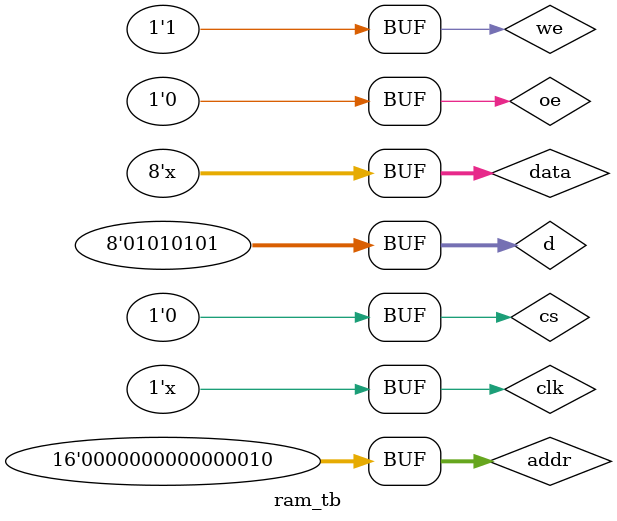
<source format=v>

module ram(clk, rst_, cs_, oe_, we_, addr, data);
	input clk;
	input rst_;
	input cs_;
	input oe_;
	input we_;
	input [15:0] addr;
	inout [7:0] data;
	
parameter ByteCount = 256;

reg [7:0] m [ByteCount - 1: 0];
integer i;
//reg [7:0] data;

// Output always occurs if cs and oe are low
assign data = (~cs_ & ~oe_) ? m[addr] : 8'bZ;

// Input only occurs on clock edges when cs and we are low
always @(posedge clk)
	if(~rst_)
	begin
		for (i = 0; i < ByteCount; i=i+1)	m[i] <= 8'b0;
	end
	else if(cs_ == 0)
		if(we_ == 0)
			m[addr] <= data;

endmodule

module ram_tb;

reg clk;
reg cs;
reg oe;
reg we;
reg [15:0] addr;
wire [7:0] data;

reg [7:0] d;

ram r(.clk(clk), .cs_(cs), .oe_(oe), .we_(we), .addr(addr), .data(data));

assign data = (we == 0) ? d : 8'bZ;

initial
begin
	clk = 0;
	cs = 1;
	oe = 1;
	we = 1;
	addr = 16'd0;
	d <= 8'd0;
	
	#50 addr = 16'd2;
	d = 8'hAA;
	
	#2 cs = 0;
	we = 0;
	#2 cs = 1;
	we = 1;
	
	addr = 16'd1;
	d = 8'h55;
	
	#2 cs = 0;
	we = 0;
	#2 cs = 1;
	we = 1;
	
	addr = 16'd2;
	#2 cs = 0;
	oe = 0;
end

always #1 clk = ~clk;

endmodule

</source>
